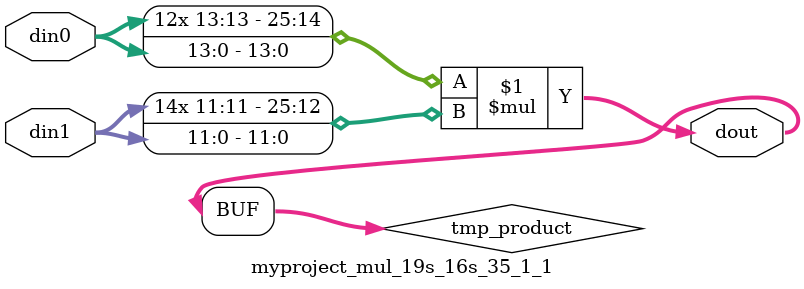
<source format=v>

`timescale 1 ns / 1 ps

 module myproject_mul_19s_16s_35_1_1(din0, din1, dout);
parameter ID = 1;
parameter NUM_STAGE = 0;
parameter din0_WIDTH = 14;
parameter din1_WIDTH = 12;
parameter dout_WIDTH = 26;

input [din0_WIDTH - 1 : 0] din0; 
input [din1_WIDTH - 1 : 0] din1; 
output [dout_WIDTH - 1 : 0] dout;

wire signed [dout_WIDTH - 1 : 0] tmp_product;



























assign tmp_product = $signed(din0) * $signed(din1);








assign dout = tmp_product;





















endmodule

</source>
